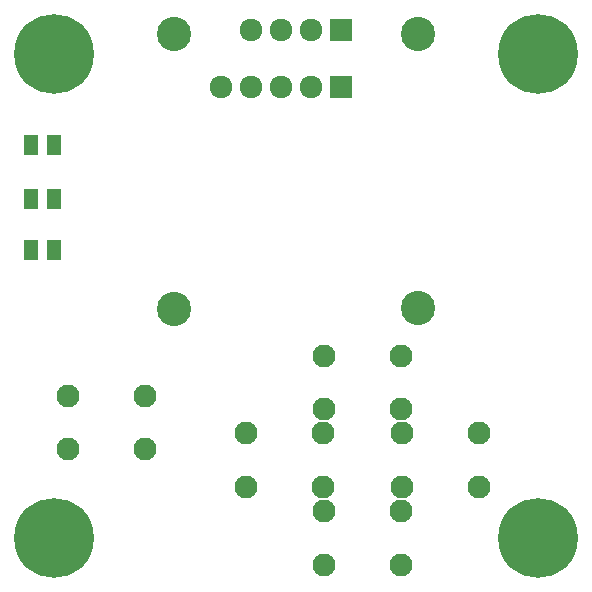
<source format=gbs>
G04 (created by PCBNEW (2013-07-07 BZR 4022)-stable) date 3/28/2015 5:28:05 PM*
%MOIN*%
G04 Gerber Fmt 3.4, Leading zero omitted, Abs format*
%FSLAX34Y34*%
G01*
G70*
G90*
G04 APERTURE LIST*
%ADD10C,0.00590551*%
%ADD11C,0.076748*%
%ADD12C,0.265748*%
%ADD13R,0.050748X0.070748*%
%ADD14R,0.075748X0.075748*%
%ADD15C,0.075748*%
%ADD16C,0.114173*%
G04 APERTURE END LIST*
G54D10*
G54D11*
X50570Y-39822D03*
X50570Y-41594D03*
X53130Y-39822D03*
X53130Y-41594D03*
X47971Y-37224D03*
X47971Y-38996D03*
X50531Y-37224D03*
X50531Y-38996D03*
X47971Y-42421D03*
X47971Y-44193D03*
X50531Y-42421D03*
X50531Y-44193D03*
X45373Y-39822D03*
X45373Y-41594D03*
X47933Y-39822D03*
X47933Y-41594D03*
X39458Y-38562D03*
X39458Y-40334D03*
X42018Y-38562D03*
X42018Y-40334D03*
G54D12*
X55118Y-43307D03*
X38976Y-43307D03*
X55118Y-27165D03*
X38976Y-27165D03*
G54D13*
X38225Y-33700D03*
X38975Y-33700D03*
X38225Y-32000D03*
X38975Y-32000D03*
X38225Y-30200D03*
X38975Y-30200D03*
G54D14*
X48547Y-26377D03*
G54D15*
X47547Y-26377D03*
X46547Y-26377D03*
X45547Y-26377D03*
G54D16*
X51122Y-35649D03*
X42972Y-35669D03*
X51122Y-26515D03*
X42972Y-26515D03*
G54D14*
X48535Y-28267D03*
G54D15*
X47535Y-28267D03*
X46535Y-28267D03*
X45535Y-28267D03*
X44535Y-28267D03*
M02*

</source>
